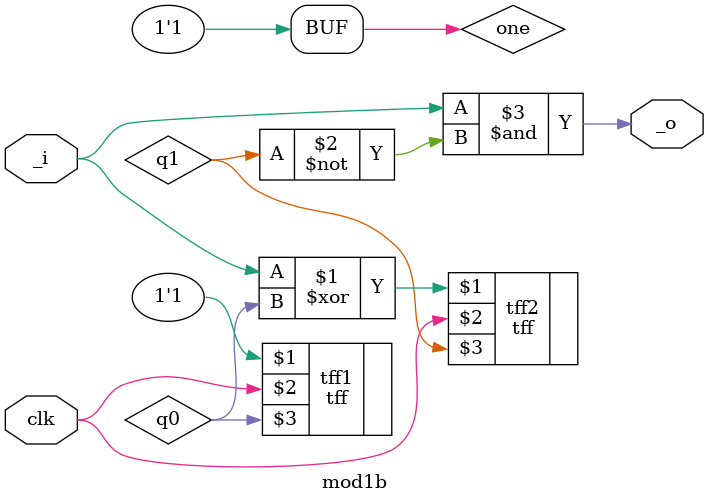
<source format=v>
`timescale 1ns / 1ps
`include "macro.vh"

module mod1b(
    input clk,
    input _i,
    output wire _o
);

wire q0, q1;
wire one;
assign one = 1'b1;

`ifdef USE_DIVIDER
wire long_clk;
divider div(clk, long_clk);

tff tff1(one, long_clk, q0);
tff tff2(_i^q0, long_clk, q1);
`else
tff tff1(one, clk, q0);
tff tff2(_i^q0, clk, q1);
`endif
assign _o = _i & ~q1;

endmodule // mod1b
</source>
